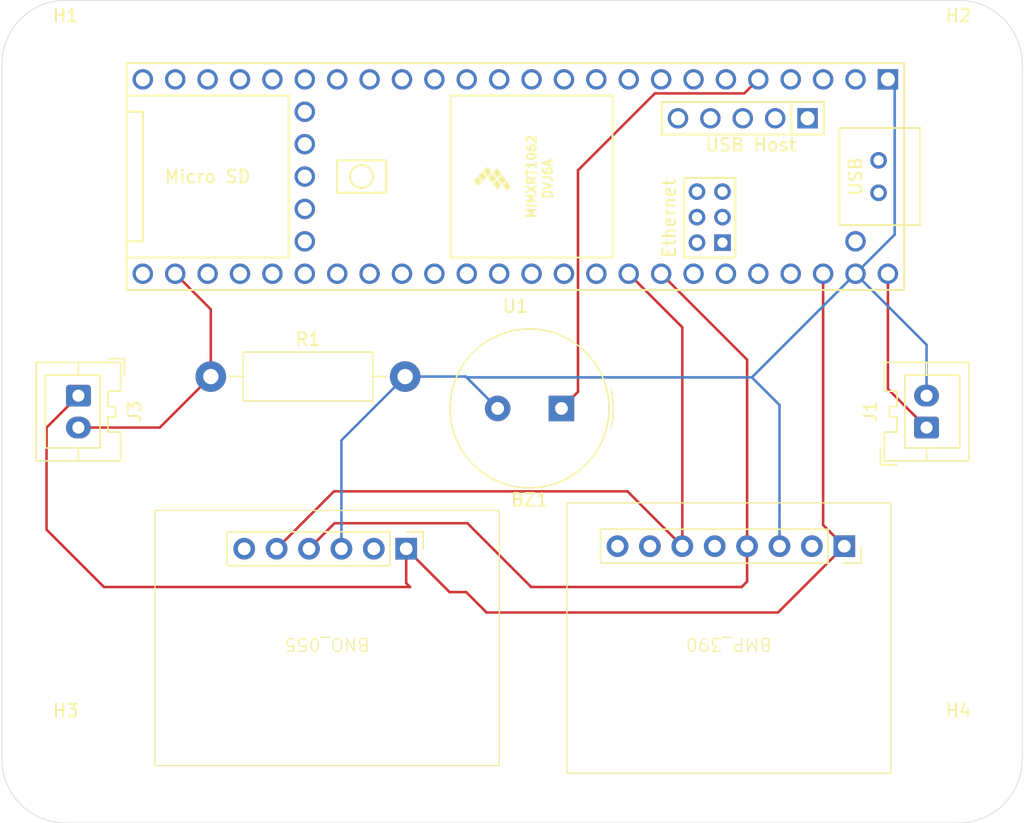
<source format=kicad_pcb>
(kicad_pcb (version 20240108) (generator "pcbnew") (generator_version "8.0")
  (layers (0 "F.Cu" signal) (31 "B.Cu" signal) (34 "B.Paste" user) (35 "F.Paste" user) (36 "B.SilkS" user "B.Silkscreen") (37 "F.SilkS" user "F.Silkscreen") (38 "B.Mask" user) (39 "F.Mask" user) (44 "Edge.Cuts" user))
  (net 0 "")
  (net 1 "SCL")
  (net 2 "3v3")
  (net 4 "SDA")
  (net 5 "GND")
  (net 8 "Net-(BZ1-+)")
  (net 9 "Net-(J1-Pin_1)")
  (net 10 "Net-(J3-Pin_2)")
  (footprint "MountingHole:MountingHole_3.2mm_M3_DIN965" (layer "F.Cu") (at 212 76)
    (property "Reference" "H2" (at 0 -3.8 0) (layer "F.SilkS"))
    (property "Value" "MountingHole")
    (pad "" np_thru_hole circle (at 0 0) (size 3.2 3.2) (drill 3.2) (layers "*.Cu" "*.Mask"))
  )
  (footprint "MountingHole:MountingHole_3.2mm_M3_DIN965" (layer "F.Cu") (at 142 76)
    (property "Reference" "H1" (at 0 -3.8 0) (layer "F.SilkS"))
    (property "Value" "MountingHole")
    (pad "" np_thru_hole circle (at 0 0) (size 3.2 3.2) (drill 3.2) (layers "*.Cu" "*.Mask"))
  )
  (footprint "Breakouts:Teensy41" (layer "F.Cu") (at 177.26 84.8184 180)
    (property "Reference" "U1" (at 0 -10.16 360) (layer "F.SilkS"))
    (property "Value" "Teensy4.1")
    (fp_line (start 30.48 8.89) (end -30.48 8.89) (stroke (width 0.15)) (layer "F.SilkS"))
    (fp_line (start 30.48 -5.08) (end 29.21 -5.08) (stroke (width 0.15)) (layer "F.SilkS"))
    (fp_line (start 30.48 -6.35) (end 17.78 -6.35) (stroke (width 0.15)) (layer "F.SilkS"))
    (fp_line (start 30.48 -8.89) (end 30.48 8.89) (stroke (width 0.15)) (layer "F.SilkS"))
    (fp_line (start 29.21 5.08) (end 30.48 5.08) (stroke (width 0.15)) (layer "F.SilkS"))
    (fp_line (start 29.21 -5.08) (end 29.21 5.08) (stroke (width 0.15)) (layer "F.SilkS"))
    (fp_line (start 17.78 6.35) (end 30.48 6.35) (stroke (width 0.15)) (layer "F.SilkS"))
    (fp_line (start 17.78 -6.35) (end 17.78 6.35) (stroke (width 0.15)) (layer "F.SilkS"))
    (fp_line (start 13.97 1.27) (end 10.16 1.27) (stroke (width 0.15)) (layer "F.SilkS"))
    (fp_line (start 13.97 -1.27) (end 13.97 1.27) (stroke (width 0.15)) (layer "F.SilkS"))
    (fp_line (start 10.16 1.27) (end 10.16 -1.27) (stroke (width 0.15)) (layer "F.SilkS"))
    (fp_line (start 10.16 -1.27) (end 13.97 -1.27) (stroke (width 0.15)) (layer "F.SilkS"))
    (fp_line (start 5.08 6.35) (end 5.08 -6.35) (stroke (width 0.15)) (layer "F.SilkS"))
    (fp_line (start 5.08 -6.35) (end -7.62 -6.35) (stroke (width 0.15)) (layer "F.SilkS"))
    (fp_line (start -7.62 6.35) (end 5.08 6.35) (stroke (width 0.15)) (layer "F.SilkS"))
    (fp_line (start -7.62 -6.35) (end -7.62 6.35) (stroke (width 0.15)) (layer "F.SilkS"))
    (fp_line (start -11.4808 5.8392) (end -24.1808 5.8392) (stroke (width 0.15)) (layer "F.SilkS"))
    (fp_line (start -11.4808 3.2992) (end -11.4808 5.8392) (stroke (width 0.15)) (layer "F.SilkS"))
    (fp_line (start -13.25 -0.1016) (end -13.25 -6.3516) (stroke (width 0.15)) (layer "F.SilkS"))
    (fp_line (start -13.25 -6.3516) (end -17.25 -6.3516) (stroke (width 0.15)) (layer "F.SilkS"))
    (fp_line (start -17.25 -0.1016) (end -13.25 -0.1016) (stroke (width 0.15)) (layer "F.SilkS"))
    (fp_line (start -17.25 -6.1016) (end -17.25 -0.1016) (stroke (width 0.15)) (layer "F.SilkS"))
    (fp_line (start -17.25 -6.3516) (end -17.25 -6.1016) (stroke (width 0.15)) (layer "F.SilkS"))
    (fp_line (start -21.6408 3.2992) (end -21.6408 5.8392) (stroke (width 0.15)) (layer "F.SilkS"))
    (fp_line (start -24.1808 5.8392) (end -24.1808 3.2992) (stroke (width 0.15)) (layer "F.SilkS"))
    (fp_line (start -24.1808 3.2992) (end -11.4808 3.2992) (stroke (width 0.15)) (layer "F.SilkS"))
    (fp_line (start -24.1808 3.2992) (end -21.6408 3.2992) (stroke (width 0.15)) (layer "F.SilkS"))
    (fp_line (start -25.4 3.81) (end -25.4 -3.81) (stroke (width 0.15)) (layer "F.SilkS"))
    (fp_line (start -25.4 3.81) (end -30.48 3.81) (stroke (width 0.15)) (layer "F.SilkS"))
    (fp_line (start -25.4 -3.81) (end -30.48 -3.81) (stroke (width 0.15)) (layer "F.SilkS"))
    (fp_line (start -30.48 8.89) (end -30.48 -8.89) (stroke (width 0.15)) (layer "F.SilkS"))
    (fp_line (start -30.48 3.81) (end -31.75 3.81) (stroke (width 0.15)) (layer "F.SilkS"))
    (fp_line (start -30.48 -8.89) (end 30.48 -8.89) (stroke (width 0.15)) (layer "F.SilkS"))
    (fp_line (start -31.75 3.81) (end -31.75 -3.81) (stroke (width 0.15)) (layer "F.SilkS"))
    (fp_line (start -31.75 -3.81) (end -30.48 -3.81) (stroke (width 0.15)) (layer "F.SilkS"))
    (fp_circle (center 12.065 0) (end 12.7 -0.635) (stroke (width 0.15)) (fill none) (layer "F.SilkS"))
    (fp_poly (pts (xy 3.197 -0.307) (xy 2.943 -0.053) (xy 2.689 -0.434) (xy 2.943 -0.688)) (stroke (width 0.1)) (fill solid) (layer "F.SilkS"))
    (fp_poly (pts (xy 2.816 0.074) (xy 2.562 0.328) (xy 2.308 -0.053) (xy 2.562 -0.307)) (stroke (width 0.1)) (fill solid) (layer "F.SilkS"))
    (fp_poly (pts (xy 2.435 0.455) (xy 2.181 0.709) (xy 1.927 0.328) (xy 2.181 0.074)) (stroke (width 0.1)) (fill solid) (layer "F.SilkS"))
    (fp_poly (pts (xy 2.054 -0.053) (xy 1.8 0.201) (xy 1.546 -0.18) (xy 1.8 -0.434)) (stroke (width 0.1)) (fill solid) (layer "F.SilkS"))
    (fp_poly (pts (xy 1.673 0.328) (xy 1.419 0.582) (xy 1.165 0.201) (xy 1.419 -0.053)) (stroke (width 0.1)) (fill solid) (layer "F.SilkS"))
    (fp_poly (pts (xy 1.673 -0.561) (xy 1.419 -0.307) (xy 1.165 -0.688) (xy 1.419 -0.942)) (stroke (width 0.1)) (fill solid) (layer "F.SilkS"))
    (fp_poly (pts (xy 1.292 -0.18) (xy 1.038 0.074) (xy 0.784 -0.307) (xy 1.038 -0.561)) (stroke (width 0.1)) (fill solid) (layer "F.SilkS"))
    (fp_poly (pts (xy 0.911 -0.688) (xy 0.657 -0.434) (xy 0.403 -0.815) (xy 0.657 -1.069)) (stroke (width 0.1)) (fill solid) (layer "F.SilkS"))
    (fp_text user "USB Host" (at -18.4658 2.4892 360) (layer "F.SilkS"))
    (fp_text user "USB" (at -26.67 0 90) (layer "F.SilkS"))
    (fp_text user "Micro SD" (at 24.13 0 360) (layer "F.SilkS"))
    (fp_text user "MIMXRT1062" (at -1.27 0 90) (layer "F.SilkS") (effects (font (size 0.7 0.7))))
    (fp_text user "DVJ6A" (at -2.54 -0.18 90) (layer "F.SilkS") (effects (font (size 0.7 0.7))))
    (fp_text user "Ethernet" (at -12.065 -3.2766 90) (layer "F.SilkS"))
    (pad "1" thru_hole rect (at -29.21 7.62 180) (size 1.6 1.6) (drill 1.1) (layers "*.Cu" "*.Mask") (net 5 "GND"))
    (pad "2" thru_hole circle (at -26.67 7.62 180) (size 1.6 1.6) (drill 1.1) (layers "*.Cu" "*.Mask"))
    (pad "3" thru_hole circle (at -24.13 7.62 180) (size 1.6 1.6) (drill 1.1) (layers "*.Cu" "*.Mask"))
    (pad "4" thru_hole circle (at -21.59 7.62 180) (size 1.6 1.6) (drill 1.1) (layers "*.Cu" "*.Mask"))
    (pad "5" thru_hole circle (at -19.05 7.62 180) (size 1.6 1.6) (drill 1.1) (layers "*.Cu" "*.Mask") (net 8 "Net-(BZ1-+)"))
    (pad "6" thru_hole circle (at -16.51 7.62 180) (size 1.6 1.6) (drill 1.1) (layers "*.Cu" "*.Mask"))
    (pad "7" thru_hole circle (at -13.97 7.62 180) (size 1.6 1.6) (drill 1.1) (layers "*.Cu" "*.Mask"))
    (pad "8" thru_hole circle (at -11.43 7.62 180) (size 1.6 1.6) (drill 1.1) (layers "*.Cu" "*.Mask"))
    (pad "9" thru_hole circle (at -8.89 7.62 180) (size 1.6 1.6) (drill 1.1) (layers "*.Cu" "*.Mask"))
    (pad "10" thru_hole circle (at -6.35 7.62 180) (size 1.6 1.6) (drill 1.1) (layers "*.Cu" "*.Mask"))
    (pad "11" thru_hole circle (at -3.81 7.62 180) (size 1.6 1.6) (drill 1.1) (layers "*.Cu" "*.Mask"))
    (pad "12" thru_hole circle (at -1.27 7.62 180) (size 1.6 1.6) (drill 1.1) (layers "*.Cu" "*.Mask"))
    (pad "13" thru_hole circle (at 1.27 7.62 180) (size 1.6 1.6) (drill 1.1) (layers "*.Cu" "*.Mask"))
    (pad "14" thru_hole circle (at 3.81 7.62 180) (size 1.6 1.6) (drill 1.1) (layers "*.Cu" "*.Mask"))
    (pad "15" thru_hole circle (at 6.35 7.62 180) (size 1.6 1.6) (drill 1.1) (layers "*.Cu" "*.Mask"))
    (pad "16" thru_hole circle (at 8.89 7.62 180) (size 1.6 1.6) (drill 1.1) (layers "*.Cu" "*.Mask"))
    (pad "17" thru_hole circle (at 11.43 7.62 180) (size 1.6 1.6) (drill 1.1) (layers "*.Cu" "*.Mask"))
    (pad "18" thru_hole circle (at 13.97 7.62 180) (size 1.6 1.6) (drill 1.1) (layers "*.Cu" "*.Mask"))
    (pad "19" thru_hole circle (at 16.51 7.62 180) (size 1.6 1.6) (drill 1.1) (layers "*.Cu" "*.Mask"))
    (pad "20" thru_hole circle (at 19.05 7.62 180) (size 1.6 1.6) (drill 1.1) (layers "*.Cu" "*.Mask"))
    (pad "21" thru_hole circle (at 21.59 7.62 180) (size 1.6 1.6) (drill 1.1) (layers "*.Cu" "*.Mask"))
    (pad "22" thru_hole circle (at 24.13 7.62 180) (size 1.6 1.6) (drill 1.1) (layers "*.Cu" "*.Mask"))
    (pad "23" thru_hole circle (at 26.67 7.62 180) (size 1.6 1.6) (drill 1.1) (layers "*.Cu" "*.Mask"))
    (pad "24" thru_hole circle (at 29.21 7.62 180) (size 1.6 1.6) (drill 1.1) (layers "*.Cu" "*.Mask"))
    (pad "25" thru_hole circle (at 29.21 -7.62 180) (size 1.6 1.6) (drill 1.1) (layers "*.Cu" "*.Mask"))
    (pad "26" thru_hole circle (at 26.67 -7.62 180) (size 1.6 1.6) (drill 1.1) (layers "*.Cu" "*.Mask") (net 10 "Net-(J3-Pin_2)"))
    (pad "27" thru_hole circle (at 24.13 -7.62 180) (size 1.6 1.6) (drill 1.1) (layers "*.Cu" "*.Mask"))
    (pad "28" thru_hole circle (at 21.59 -7.62 180) (size 1.6 1.6) (drill 1.1) (layers "*.Cu" "*.Mask"))
    (pad "29" thru_hole circle (at 19.05 -7.62 180) (size 1.6 1.6) (drill 1.1) (layers "*.Cu" "*.Mask"))
    (pad "30" thru_hole circle (at 16.51 -7.62 180) (size 1.6 1.6) (drill 1.1) (layers "*.Cu" "*.Mask"))
    (pad "31" thru_hole circle (at 13.97 -7.62 180) (size 1.6 1.6) (drill 1.1) (layers "*.Cu" "*.Mask"))
    (pad "32" thru_hole circle (at 11.43 -7.62 180) (size 1.6 1.6) (drill 1.1) (layers "*.Cu" "*.Mask"))
    (pad "33" thru_hole circle (at 8.89 -7.62 180) (size 1.6 1.6) (drill 1.1) (layers "*.Cu" "*.Mask"))
    (pad "34" thru_hole circle (at 6.35 -7.62 180) (size 1.6 1.6) (drill 1.1) (layers "*.Cu" "*.Mask"))
    (pad "35" thru_hole circle (at 3.81 -7.62 180) (size 1.6 1.6) (drill 1.1) (layers "*.Cu" "*.Mask"))
    (pad "36" thru_hole circle (at 1.27 -7.62 180) (size 1.6 1.6) (drill 1.1) (layers "*.Cu" "*.Mask"))
    (pad "37" thru_hole circle (at -1.27 -7.62 180) (size 1.6 1.6) (drill 1.1) (layers "*.Cu" "*.Mask"))
    (pad "38" thru_hole circle (at -3.81 -7.62 180) (size 1.6 1.6) (drill 1.1) (layers "*.Cu" "*.Mask"))
    (pad "39" thru_hole circle (at -6.35 -7.62 180) (size 1.6 1.6) (drill 1.1) (layers "*.Cu" "*.Mask"))
    (pad "40" thru_hole circle (at -8.89 -7.62 180) (size 1.6 1.6) (drill 1.1) (layers "*.Cu" "*.Mask") (net 4 "SDA"))
    (pad "41" thru_hole circle (at -11.43 -7.62 180) (size 1.6 1.6) (drill 1.1) (layers "*.Cu" "*.Mask") (net 1 "SCL"))
    (pad "42" thru_hole circle (at -13.97 -7.62 180) (size 1.6 1.6) (drill 1.1) (layers "*.Cu" "*.Mask"))
    (pad "43" thru_hole circle (at -16.51 -7.62 180) (size 1.6 1.6) (drill 1.1) (layers "*.Cu" "*.Mask"))
    (pad "44" thru_hole circle (at -19.05 -7.62 180) (size 1.6 1.6) (drill 1.1) (layers "*.Cu" "*.Mask"))
    (pad "45" thru_hole circle (at -21.59 -7.62 180) (size 1.6 1.6) (drill 1.1) (layers "*.Cu" "*.Mask"))
    (pad "46" thru_hole circle (at -24.13 -7.62 180) (size 1.6 1.6) (drill 1.1) (layers "*.Cu" "*.Mask") (net 2 "3v3"))
    (pad "47" thru_hole circle (at -26.67 -7.62 180) (size 1.6 1.6) (drill 1.1) (layers "*.Cu" "*.Mask") (net 5 "GND"))
    (pad "48" thru_hole circle (at -29.21 -7.62 180) (size 1.6 1.6) (drill 1.1) (layers "*.Cu" "*.Mask") (net 9 "Net-(J1-Pin_1)"))
    (pad "49" thru_hole circle (at -26.67 -5.08 180) (size 1.6 1.6) (drill 1.1) (layers "*.Cu" "*.Mask"))
    (pad "50" thru_hole circle (at 16.51 5.08 180) (size 1.6 1.6) (drill 1.1) (layers "*.Cu" "*.Mask"))
    (pad "51" thru_hole circle (at 16.51 2.54 180) (size 1.6 1.6) (drill 1.1) (layers "*.Cu" "*.Mask"))
    (pad "52" thru_hole circle (at 16.51 0 180) (size 1.6 1.6) (drill 1.1) (layers "*.Cu" "*.Mask"))
    (pad "53" thru_hole circle (at 16.51 -2.54 180) (size 1.6 1.6) (drill 1.1) (layers "*.Cu" "*.Mask"))
    (pad "54" thru_hole circle (at 16.51 -5.08 180) (size 1.6 1.6) (drill 1.1) (layers "*.Cu" "*.Mask"))
    (pad "55" thru_hole rect (at -22.9108 4.5692 180) (size 1.6 1.6) (drill 1.1) (layers "*.Cu" "*.Mask"))
    (pad "56" thru_hole circle (at -20.3708 4.5692 180) (size 1.6 1.6) (drill 1.1) (layers "*.Cu" "*.Mask"))
    (pad "57" thru_hole circle (at -17.8308 4.5692 180) (size 1.6 1.6) (drill 1.1) (layers "*.Cu" "*.Mask"))
    (pad "58" thru_hole circle (at -15.2908 4.5692 180) (size 1.6 1.6) (drill 1.1) (layers "*.Cu" "*.Mask"))
    (pad "59" thru_hole circle (at -12.7508 4.5692 180) (size 1.6 1.6) (drill 1.1) (layers "*.Cu" "*.Mask"))
    (pad "60" thru_hole rect (at -16.24 -5.1816 180) (size 1.3 1.3) (drill 0.8) (layers "*.Cu" "*.Mask"))
    (pad "61" thru_hole circle (at -16.24 -3.1816 180) (size 1.3 1.3) (drill 0.8) (layers "*.Cu" "*.Mask"))
    (pad "62" thru_hole circle (at -16.24 -1.1816 180) (size 1.3 1.3) (drill 0.8) (layers "*.Cu" "*.Mask"))
    (pad "63" thru_hole circle (at -14.24 -1.1816 180) (size 1.3 1.3) (drill 0.8) (layers "*.Cu" "*.Mask"))
    (pad "64" thru_hole circle (at -14.24 -3.1816 180) (size 1.3 1.3) (drill 0.8) (layers "*.Cu" "*.Mask"))
    (pad "65" thru_hole circle (at -14.24 -5.1816 180) (size 1.3 1.3) (drill 0.8) (layers "*.Cu" "*.Mask"))
    (pad "66" thru_hole circle (at -28.48 -1.27 180) (size 1.3 1.3) (drill 0.8) (layers "*.Cu" "*.Mask"))
    (pad "67" thru_hole circle (at -28.48 1.27 180) (size 1.3 1.3) (drill 0.8) (layers "*.Cu" "*.Mask"))
  )
  (footprint "MountingHole:MountingHole_3.2mm_M3_DIN965" (layer "F.Cu") (at 212 130.5)
    (property "Reference" "H4" (at 0 -3.8 0) (layer "F.SilkS"))
    (property "Value" "MountingHole")
    (pad "" np_thru_hole circle (at 0 0) (size 3.2 3.2) (drill 3.2) (layers "*.Cu" "*.Mask"))
  )
  (footprint "Breakouts:BNO055Ada" (layer "F.Cu") (at 162.5 121 180)
    (property "Reference" "BNO_055" (at 0 -0.5 180) (layer "F.SilkS") (effects (font (thickness 0.1))))
    (property "Value" "~")
    (fp_line (start 7.83 8.33) (end 7.83 5.67) (stroke (width 0.12)) (layer "F.SilkS"))
    (fp_line (start -4.93 8.33) (end 7.83 8.33) (stroke (width 0.12)) (layer "F.SilkS"))
    (fp_line (start -4.93 8.33) (end -4.93 5.67) (stroke (width 0.12)) (layer "F.SilkS"))
    (fp_line (start -4.93 5.67) (end 7.83 5.67) (stroke (width 0.12)) (layer "F.SilkS"))
    (fp_line (start -6.2 8.33) (end -7.53 8.33) (stroke (width 0.12)) (layer "F.SilkS"))
    (fp_line (start -7.53 8.33) (end -7.53 7) (stroke (width 0.12)) (layer "F.SilkS"))
    (fp_rect (start -13.5 -10) (end 13.5 10) (stroke (width 0.1)) (fill none) (layer "F.SilkS"))
    (pad "1" thru_hole rect (at -6.2 7 270) (size 1.7 1.7) (drill 1) (layers "*.Cu" "*.Mask") (net 2 "3v3"))
    (pad "2" thru_hole oval (at -3.66 7 270) (size 1.7 1.7) (drill 1) (layers "*.Cu" "*.Mask"))
    (pad "3" thru_hole oval (at -1.12 7 270) (size 1.7 1.7) (drill 1) (layers "*.Cu" "*.Mask") (net 5 "GND"))
    (pad "4" thru_hole oval (at 1.42 7 270) (size 1.7 1.7) (drill 1) (layers "*.Cu" "*.Mask") (net 1 "SCL"))
    (pad "5" thru_hole oval (at 3.96 7 270) (size 1.7 1.7) (drill 1) (layers "*.Cu" "*.Mask") (net 4 "SDA"))
    (pad "6" thru_hole oval (at 6.5 7 270) (size 1.7 1.7) (drill 1) (layers "*.Cu" "*.Mask"))
  )
  (footprint "Resistor_THT:R_Axial_DIN0411_L9.9mm_D3.6mm_P15.24mm_Horizontal" (layer "F.Cu") (at 153.38 100.5)
    (property "Reference" "R1" (at 7.62 -2.92 360) (layer "F.SilkS"))
    (property "Value" "470")
    (fp_line (start 1.44 0) (end 2.55 0) (stroke (width 0.12)) (layer "F.SilkS"))
    (fp_line (start 2.55 -1.92) (end 2.55 1.92) (stroke (width 0.12)) (layer "F.SilkS"))
    (fp_line (start 2.55 1.92) (end 12.69 1.92) (stroke (width 0.12)) (layer "F.SilkS"))
    (fp_line (start 12.69 -1.92) (end 2.55 -1.92) (stroke (width 0.12)) (layer "F.SilkS"))
    (fp_line (start 12.69 1.92) (end 12.69 -1.92) (stroke (width 0.12)) (layer "F.SilkS"))
    (fp_line (start 13.8 0) (end 12.69 0) (stroke (width 0.12)) (layer "F.SilkS"))
    (pad "1" thru_hole circle (at 0 0) (size 2.4 2.4) (drill 1.2) (layers "*.Cu" "*.Mask") (net 10 "Net-(J3-Pin_2)"))
    (pad "2" thru_hole oval (at 15.24 0) (size 2.4 2.4) (drill 1.2) (layers "*.Cu" "*.Mask") (net 5 "GND"))
  )
  (footprint "Breakouts:BMP390" (layer "F.Cu") (at 194 121 180)
    (property "Reference" "BMP_390" (at 0 -0.5 180) (layer "F.SilkS") (effects (font (thickness 0.1))))
    (property "Value" "~")
    (fp_line (start 10.06 8.53) (end 10.06 5.87) (stroke (width 0.12)) (layer "F.SilkS"))
    (fp_line (start -7.78 8.53) (end 10.06 8.53) (stroke (width 0.12)) (layer "F.SilkS"))
    (fp_line (start -7.78 8.53) (end -7.78 5.87) (stroke (width 0.12)) (layer "F.SilkS"))
    (fp_line (start -7.78 5.87) (end 10.06 5.87) (stroke (width 0.12)) (layer "F.SilkS"))
    (fp_line (start -10.38 7.2) (end -10.38 5.87) (stroke (width 0.12)) (layer "F.SilkS"))
    (fp_line (start -10.38 5.87) (end -9.05 5.87) (stroke (width 0.12)) (layer "F.SilkS"))
    (fp_rect (start -12.7 -10.6) (end 12.7 10.6) (stroke (width 0.1)) (fill none) (layer "F.SilkS"))
    (pad "1" thru_hole rect (at -9.05 7.2 270) (size 1.7 1.7) (drill 1) (layers "*.Cu" "*.Mask") (net 2 "3v3"))
    (pad "2" thru_hole oval (at -6.51 7.2 270) (size 1.7 1.7) (drill 1) (layers "*.Cu" "*.Mask"))
    (pad "3" thru_hole oval (at -3.97 7.2 270) (size 1.7 1.7) (drill 1) (layers "*.Cu" "*.Mask") (net 5 "GND"))
    (pad "4" thru_hole oval (at -1.43 7.2 270) (size 1.7 1.7) (drill 1) (layers "*.Cu" "*.Mask") (net 1 "SCL"))
    (pad "5" thru_hole oval (at 1.11 7.2 270) (size 1.7 1.7) (drill 1) (layers "*.Cu" "*.Mask"))
    (pad "6" thru_hole oval (at 3.65 7.2 270) (size 1.7 1.7) (drill 1) (layers "*.Cu" "*.Mask") (net 4 "SDA"))
    (pad "7" thru_hole oval (at 6.19 7.2 270) (size 1.7 1.7) (drill 1) (layers "*.Cu" "*.Mask"))
    (pad "8" thru_hole oval (at 8.73 7.2 270) (size 1.7 1.7) (drill 1) (layers "*.Cu" "*.Mask"))
  )
  (footprint "MountingHole:MountingHole_3.2mm_M3_DIN965" (layer "F.Cu") (at 142 130.5)
    (property "Reference" "H3" (at 0 -3.8 0) (layer "F.SilkS"))
    (property "Value" "MountingHole")
    (pad "" np_thru_hole circle (at 0 0) (size 3.2 3.2) (drill 3.2) (layers "*.Cu" "*.Mask"))
  )
  (footprint "Connector_JST:JST_XA_B02B-XASK-1_1x02_P2.50mm_Vertical" (layer "F.Cu") (at 209.5 104.5 90)
    (property "Reference" "J1" (at 1.25 -4.4 90) (layer "F.SilkS"))
    (property "Value" "Conn_01x02")
    (fp_line (start -1.66 -3.61) (end -2.91 -3.61) (stroke (width 0.12)) (layer "F.SilkS"))
    (fp_line (start -2.91 -3.61) (end -2.91 -2.36) (stroke (width 0.12)) (layer "F.SilkS"))
    (fp_line (start 5.11 -3.31) (end 2.85 -3.31) (stroke (width 0.12)) (layer "F.SilkS"))
    (fp_line (start 2.85 -3.31) (end 2.85 -2.31) (stroke (width 0.12)) (layer "F.SilkS"))
    (fp_line (start -0.35 -3.31) (end -2.61 -3.31) (stroke (width 0.12)) (layer "F.SilkS"))
    (fp_line (start -2.61 -3.31) (end -2.61 3.31) (stroke (width 0.12)) (layer "F.SilkS"))
    (fp_line (start 1.65 -2.91) (end 0.85 -2.91) (stroke (width 0.12)) (layer "F.SilkS"))
    (fp_line (start 0.85 -2.91) (end 0.85 -2.31) (stroke (width 0.12)) (layer "F.SilkS"))
    (fp_line (start 2.85 -2.31) (end 1.65 -2.31) (stroke (width 0.12)) (layer "F.SilkS"))
    (fp_line (start 1.65 -2.31) (end 1.65 -2.91) (stroke (width 0.12)) (layer "F.SilkS"))
    (fp_line (start 0.85 -2.31) (end -0.35 -2.31) (stroke (width 0.12)) (layer "F.SilkS"))
    (fp_line (start -0.35 -2.31) (end -0.35 -3.31) (stroke (width 0.12)) (layer "F.SilkS"))
    (fp_line (start 4.1 -1.7) (end -1.6 -1.7) (stroke (width 0.12)) (layer "F.SilkS"))
    (fp_line (start -1.6 -1.7) (end -1.6 2.6) (stroke (width 0.12)) (layer "F.SilkS"))
    (fp_line (start 5.11 0) (end 4.1 0) (stroke (width 0.12)) (layer "F.SilkS"))
    (fp_line (start -2.61 0) (end -1.6 0) (stroke (width 0.12)) (layer "F.SilkS"))
    (fp_line (start 4.1 2.6) (end 4.1 -1.7) (stroke (width 0.12)) (layer "F.SilkS"))
    (fp_line (start -1.6 2.6) (end 4.1 2.6) (stroke (width 0.12)) (layer "F.SilkS"))
    (fp_line (start 5.11 3.31) (end 5.11 -3.31) (stroke (width 0.12)) (layer "F.SilkS"))
    (fp_line (start -2.61 3.31) (end 5.11 3.31) (stroke (width 0.12)) (layer "F.SilkS"))
    (pad "1" thru_hole roundrect (at 0 0 90) (size 1.7 1.95) (drill 0.95) (layers "*.Cu" "*.Mask") (roundrect_rratio 0.147059) (net 9 "Net-(J1-Pin_1)"))
    (pad "2" thru_hole oval (at 2.5 0 90) (size 1.7 1.95) (drill 0.95) (layers "*.Cu" "*.Mask") (net 5 "GND"))
  )
  (footprint "Buzzer_Beeper:Buzzer_TDK_PS1240P02BT_D12.2mm_H6.5mm" (layer "F.Cu") (at 180.870785 103 180)
    (property "Reference" "BZ1" (at 2.5 -7.17 360) (layer "F.SilkS"))
    (property "Value" "Buzzer")
    (fp_arc (start -3.9 1.499999) (mid -4.073431 0) (end -3.9 -1.5) (stroke (width 0.12)) (layer "F.SilkS"))
    (fp_circle (center 2.5 0) (end 8.73 0) (stroke (width 0.12)) (fill none) (layer "F.SilkS"))
    (pad "1" thru_hole rect (at 0 0 180) (size 2 2) (drill 1) (layers "*.Cu" "*.Mask") (net 8 "Net-(BZ1-+)"))
    (pad "2" thru_hole circle (at 5 0 180) (size 2 2) (drill 1) (layers "*.Cu" "*.Mask") (net 5 "GND"))
  )
  (footprint "Connector_JST:JST_XA_B02B-XASK-1_1x02_P2.50mm_Vertical" (layer "F.Cu") (at 143 102 -90)
    (property "Reference" "J3" (at 1.25 -4.4 90) (layer "F.SilkS"))
    (property "Value" "Conn_01x02")
    (fp_line (start -2.61 3.31) (end 5.11 3.31) (stroke (width 0.12)) (layer "F.SilkS"))
    (fp_line (start 5.11 3.31) (end 5.11 -3.31) (stroke (width 0.12)) (layer "F.SilkS"))
    (fp_line (start -1.6 2.6) (end 4.1 2.6) (stroke (width 0.12)) (layer "F.SilkS"))
    (fp_line (start 4.1 2.6) (end 4.1 -1.7) (stroke (width 0.12)) (layer "F.SilkS"))
    (fp_line (start -2.61 0) (end -1.6 0) (stroke (width 0.12)) (layer "F.SilkS"))
    (fp_line (start 5.11 0) (end 4.1 0) (stroke (width 0.12)) (layer "F.SilkS"))
    (fp_line (start -1.6 -1.7) (end -1.6 2.6) (stroke (width 0.12)) (layer "F.SilkS"))
    (fp_line (start 4.1 -1.7) (end -1.6 -1.7) (stroke (width 0.12)) (layer "F.SilkS"))
    (fp_line (start -0.35 -2.31) (end -0.35 -3.31) (stroke (width 0.12)) (layer "F.SilkS"))
    (fp_line (start 0.85 -2.31) (end -0.35 -2.31) (stroke (width 0.12)) (layer "F.SilkS"))
    (fp_line (start 1.65 -2.31) (end 1.65 -2.91) (stroke (width 0.12)) (layer "F.SilkS"))
    (fp_line (start 2.85 -2.31) (end 1.65 -2.31) (stroke (width 0.12)) (layer "F.SilkS"))
    (fp_line (start 0.85 -2.91) (end 0.85 -2.31) (stroke (width 0.12)) (layer "F.SilkS"))
    (fp_line (start 1.65 -2.91) (end 0.85 -2.91) (stroke (width 0.12)) (layer "F.SilkS"))
    (fp_line (start -2.61 -3.31) (end -2.61 3.31) (stroke (width 0.12)) (layer "F.SilkS"))
    (fp_line (start -0.35 -3.31) (end -2.61 -3.31) (stroke (width 0.12)) (layer "F.SilkS"))
    (fp_line (start 2.85 -3.31) (end 2.85 -2.31) (stroke (width 0.12)) (layer "F.SilkS"))
    (fp_line (start 5.11 -3.31) (end 2.85 -3.31) (stroke (width 0.12)) (layer "F.SilkS"))
    (fp_line (start -2.91 -3.61) (end -2.91 -2.36) (stroke (width 0.12)) (layer "F.SilkS"))
    (fp_line (start -1.66 -3.61) (end -2.91 -3.61) (stroke (width 0.12)) (layer "F.SilkS"))
    (pad "1" thru_hole roundrect (at 0 0 270) (size 1.7 1.95) (drill 0.95) (layers "*.Cu" "*.Mask") (roundrect_rratio 0.147059) (net 2 "3v3"))
    (pad "2" thru_hole oval (at 2.5 0 270) (size 1.7 1.95) (drill 0.95) (layers "*.Cu" "*.Mask") (net 10 "Net-(J3-Pin_2)"))
  )
  (gr_arc (start 212 71) (mid 215.535534 72.464466) (end 217 76) (stroke (width 0.05)) (layer "Edge.Cuts"))
  (gr_line (start 137 130.5) (end 137 76) (stroke (width 0.05)) (layer "Edge.Cuts"))
  (gr_arc (start 137 76) (mid 138.464466 72.464466) (end 142 71) (stroke (width 0.05)) (layer "Edge.Cuts"))
  (gr_arc (start 217 130.5) (mid 215.535534 134.035534) (end 212 135.5) (stroke (width 0.05)) (layer "Edge.Cuts"))
  (gr_line (start 212 135.5) (end 142 135.5) (stroke (width 0.05)) (layer "Edge.Cuts"))
  (gr_arc (start 142 135.5) (mid 138.464466 134.035534) (end 137 130.5) (stroke (width 0.05)) (layer "Edge.Cuts"))
  (gr_line (start 142 71) (end 212 71) (stroke (width 0.05)) (layer "Edge.Cuts"))
  (gr_line (start 217 76) (end 217 130.5) (stroke (width 0.05)) (layer "Edge.Cuts"))
  (segment (start 195.43 113.8) (end 195.43 99.1784) (width 0.2) (layer "F.Cu") (net 1))
  (segment (start 195.43 116.57) (end 195 117) (width 0.2) (layer "F.Cu") (net 1))
  (segment (start 163.08 112) (end 161.08 114) (width 0.2) (layer "F.Cu") (net 1))
  (segment (start 195.43 99.1784) (end 188.69 92.4384) (width 0.2) (layer "F.Cu") (net 1))
  (segment (start 195.43 113.8) (end 195.43 116.57) (width 0.2) (layer "F.Cu") (net 1))
  (segment (start 178.5 117) (end 173.5 112) (width 0.2) (layer "F.Cu") (net 1))
  (segment (start 173.5 112) (end 163.08 112) (width 0.2) (layer "F.Cu") (net 1))
  (segment (start 195 117) (end 178.5 117) (width 0.2) (layer "F.Cu") (net 1))
  (segment (start 143 102) (end 140.5 104.5) (width 0.2) (layer "F.Cu") (net 2))
  (segment (start 175 119) (end 197.85 119) (width 0.2) (layer "F.Cu") (net 2))
  (segment (start 197.85 119) (end 203.05 113.8) (width 0.2) (layer "F.Cu") (net 2))
  (segment (start 172.1 117.4) (end 173.4 117.4) (width 0.2) (layer "F.Cu") (net 2))
  (segment (start 201.39 112.14) (end 203.05 113.8) (width 0.2) (layer "F.Cu") (net 2))
  (segment (start 201.39 92.4384) (end 201.39 112.14) (width 0.2) (layer "F.Cu") (net 2))
  (segment (start 145 117) (end 169 117) (width 0.2) (layer "F.Cu") (net 2))
  (segment (start 168.7 114) (end 172.1 117.4) (width 0.2) (layer "F.Cu") (net 2))
  (segment (start 173.4 117.4) (end 175 119) (width 0.2) (layer "F.Cu") (net 2))
  (segment (start 168.7 116.7) (end 168.7 114) (width 0.2) (layer "F.Cu") (net 2))
  (segment (start 169 117) (end 168.7 116.7) (width 0.2) (layer "F.Cu") (net 2))
  (segment (start 140.5 104.5) (end 140.5 112.5) (width 0.2) (layer "F.Cu") (net 2))
  (segment (start 140.5 112.5) (end 145 117) (width 0.2) (layer "F.Cu") (net 2))
  (segment (start 190.35 113.8) (end 190.35 96.6384) (width 0.2) (layer "F.Cu") (net 4))
  (segment (start 163.04 109.5) (end 158.54 114) (width 0.2) (layer "F.Cu") (net 4))
  (segment (start 186.05 109.5) (end 163.04 109.5) (width 0.2) (layer "F.Cu") (net 4))
  (segment (start 190.35 96.6384) (end 186.15 92.4384) (width 0.2) (layer "F.Cu") (net 4))
  (segment (start 190.35 113.8) (end 186.05 109.5) (width 0.2) (layer "F.Cu") (net 4))
  (segment (start 209.5 98.0084) (end 203.93 92.4384) (width 0.2) (layer "B.Cu") (net 5))
  (segment (start 197.739184 102.5) (end 195.803792 100.564608) (width 0.2) (layer "B.Cu") (net 5))
  (segment (start 197.97 102.730816) (end 197.739184 102.5) (width 0.2) (layer "B.Cu") (net 5))
  (segment (start 163.62 105.5) (end 168.62 100.5) (width 0.2) (layer "B.Cu") (net 5))
  (segment (start 173.435392 100.564608) (end 175.870785 103) (width 0.2) (layer "B.Cu") (net 5))
  (segment (start 173.435392 100.564608) (end 183.144608 100.564608) (width 0.2) (layer "B.Cu") (net 5))
  (segment (start 168.62 100.5) (end 173.370785 100.5) (width 0.2) (layer "B.Cu") (net 5))
  (segment (start 203.93 92.4384) (end 207 89.3684) (width 0.2) (layer "B.Cu") (net 5))
  (segment (start 195.803792 100.564608) (end 203.93 92.4384) (width 0.2) (layer "B.Cu") (net 5))
  (segment (start 207 77.7284) (end 206.47 77.1984) (width 0.2) (layer "B.Cu") (net 5))
  (segment (start 209.5 102) (end 209.5 98.0084) (width 0.2) (layer "B.Cu") (net 5))
  (segment (start 173.370785 100.5) (end 173.435392 100.564608) (width 0.2) (layer "B.Cu") (net 5))
  (segment (start 163.62 114) (end 163.62 105.5) (width 0.2) (layer "B.Cu") (net 5))
  (segment (start 183.144608 100.564608) (end 195.803792 100.564608) (width 0.2) (layer "B.Cu") (net 5))
  (segment (start 197.97 113.8) (end 197.97 102.730816) (width 0.2) (layer "B.Cu") (net 5))
  (segment (start 207 89.3684) (end 207 77.7284) (width 0.2) (layer "B.Cu") (net 5))
  (segment (start 182.17 84.33) (end 188.2016 78.2984) (width 0.2) (layer "F.Cu") (net 8))
  (segment (start 195.21 78.2984) (end 196.31 77.1984) (width 0.2) (layer "F.Cu") (net 8))
  (segment (start 182.17 101.700785) (end 182.17 84.33) (width 0.2) (layer "F.Cu") (net 8))
  (segment (start 188.2016 78.2984) (end 195.21 78.2984) (width 0.2) (layer "F.Cu") (net 8))
  (segment (start 180.870785 103) (end 182.17 101.700785) (width 0.2) (layer "F.Cu") (net 8))
  (segment (start 209.5 104.5) (end 206.47 101.47) (width 0.2) (layer "F.Cu") (net 9))
  (segment (start 206.47 101.47) (end 206.47 92.4384) (width 0.2) (layer "F.Cu") (net 9))
  (segment (start 143 104.5) (end 149.38 104.5) (width 0.2) (layer "F.Cu") (net 10))
  (segment (start 149.38 104.5) (end 153.38 100.5) (width 0.2) (layer "F.Cu") (net 10))
  (segment (start 153.38 95.2284) (end 150.59 92.4384) (width 0.2) (layer "F.Cu") (net 10))
  (segment (start 153.38 100.5) (end 153.38 95.2284) (width 0.2) (layer "F.Cu") (net 10))
)
</source>
